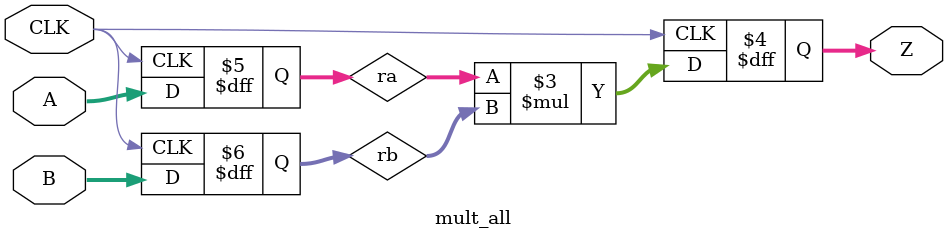
<source format=v>

module mult_ireg (
    input  wire        CLK,
    input  wire [ 7:0] A,
    input  wire [ 7:0] B,
    output wire [15:0] Z
);

    reg [7:0] ra;
    reg [7:0] rb;

    always @(posedge CLK) begin
        ra <= A;
        rb <= B;
    end

    assign Z = ra * rb;

endmodule

module mult_oreg (
    input  wire        CLK,
    input  wire [ 7:0] A,
    input  wire [ 7:0] B,
    output reg  [15:0] Z
);

    always @(posedge CLK)
        Z <= A * B;

endmodule

module mult_all (
    input  wire        CLK,
    input  wire [ 7:0] A,
    input  wire [ 7:0] B,
    output reg  [15:0] Z
);

    reg [7:0] ra;
    reg [7:0] rb;

    always @(posedge CLK) begin
        ra <= A;
        rb <= B;
    end

    always @(posedge CLK)
        Z <= ra * rb;

endmodule


</source>
